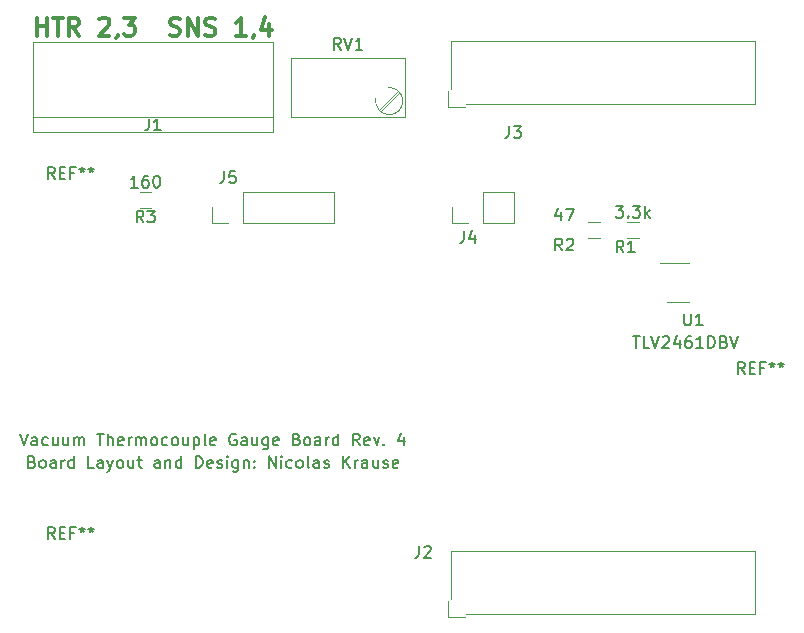
<source format=gbr>
%TF.GenerationSoftware,KiCad,Pcbnew,(5.1.6)-1*%
%TF.CreationDate,2021-07-08T16:07:49-06:00*%
%TF.ProjectId,Thermocouple Gauge,54686572-6d6f-4636-9f75-706c65204761,rev?*%
%TF.SameCoordinates,Original*%
%TF.FileFunction,Legend,Top*%
%TF.FilePolarity,Positive*%
%FSLAX46Y46*%
G04 Gerber Fmt 4.6, Leading zero omitted, Abs format (unit mm)*
G04 Created by KiCad (PCBNEW (5.1.6)-1) date 2021-07-08 16:07:49*
%MOMM*%
%LPD*%
G01*
G04 APERTURE LIST*
%ADD10C,0.300000*%
%ADD11C,0.150000*%
%ADD12C,0.120000*%
G04 APERTURE END LIST*
D10*
X167799285Y-92047142D02*
X168013571Y-92118571D01*
X168370714Y-92118571D01*
X168513571Y-92047142D01*
X168585000Y-91975714D01*
X168656428Y-91832857D01*
X168656428Y-91690000D01*
X168585000Y-91547142D01*
X168513571Y-91475714D01*
X168370714Y-91404285D01*
X168085000Y-91332857D01*
X167942142Y-91261428D01*
X167870714Y-91190000D01*
X167799285Y-91047142D01*
X167799285Y-90904285D01*
X167870714Y-90761428D01*
X167942142Y-90690000D01*
X168085000Y-90618571D01*
X168442142Y-90618571D01*
X168656428Y-90690000D01*
X169299285Y-92118571D02*
X169299285Y-90618571D01*
X170156428Y-92118571D01*
X170156428Y-90618571D01*
X170799285Y-92047142D02*
X171013571Y-92118571D01*
X171370714Y-92118571D01*
X171513571Y-92047142D01*
X171585000Y-91975714D01*
X171656428Y-91832857D01*
X171656428Y-91690000D01*
X171585000Y-91547142D01*
X171513571Y-91475714D01*
X171370714Y-91404285D01*
X171085000Y-91332857D01*
X170942142Y-91261428D01*
X170870714Y-91190000D01*
X170799285Y-91047142D01*
X170799285Y-90904285D01*
X170870714Y-90761428D01*
X170942142Y-90690000D01*
X171085000Y-90618571D01*
X171442142Y-90618571D01*
X171656428Y-90690000D01*
X174227857Y-92118571D02*
X173370714Y-92118571D01*
X173799285Y-92118571D02*
X173799285Y-90618571D01*
X173656428Y-90832857D01*
X173513571Y-90975714D01*
X173370714Y-91047142D01*
X174942142Y-92047142D02*
X174942142Y-92118571D01*
X174870714Y-92261428D01*
X174799285Y-92332857D01*
X176227857Y-91118571D02*
X176227857Y-92118571D01*
X175870714Y-90547142D02*
X175513571Y-91618571D01*
X176442142Y-91618571D01*
X156547857Y-92118571D02*
X156547857Y-90618571D01*
X156547857Y-91332857D02*
X157405000Y-91332857D01*
X157405000Y-92118571D02*
X157405000Y-90618571D01*
X157905000Y-90618571D02*
X158762142Y-90618571D01*
X158333571Y-92118571D02*
X158333571Y-90618571D01*
X160119285Y-92118571D02*
X159619285Y-91404285D01*
X159262142Y-92118571D02*
X159262142Y-90618571D01*
X159833571Y-90618571D01*
X159976428Y-90690000D01*
X160047857Y-90761428D01*
X160119285Y-90904285D01*
X160119285Y-91118571D01*
X160047857Y-91261428D01*
X159976428Y-91332857D01*
X159833571Y-91404285D01*
X159262142Y-91404285D01*
X161833571Y-90761428D02*
X161905000Y-90690000D01*
X162047857Y-90618571D01*
X162405000Y-90618571D01*
X162547857Y-90690000D01*
X162619285Y-90761428D01*
X162690714Y-90904285D01*
X162690714Y-91047142D01*
X162619285Y-91261428D01*
X161762142Y-92118571D01*
X162690714Y-92118571D01*
X163405000Y-92047142D02*
X163405000Y-92118571D01*
X163333571Y-92261428D01*
X163262142Y-92332857D01*
X163905000Y-90618571D02*
X164833571Y-90618571D01*
X164333571Y-91190000D01*
X164547857Y-91190000D01*
X164690714Y-91261428D01*
X164762142Y-91332857D01*
X164833571Y-91475714D01*
X164833571Y-91832857D01*
X164762142Y-91975714D01*
X164690714Y-92047142D01*
X164547857Y-92118571D01*
X164119285Y-92118571D01*
X163976428Y-92047142D01*
X163905000Y-91975714D01*
D11*
X155116666Y-125817380D02*
X155450000Y-126817380D01*
X155783333Y-125817380D01*
X156545238Y-126817380D02*
X156545238Y-126293571D01*
X156497619Y-126198333D01*
X156402380Y-126150714D01*
X156211904Y-126150714D01*
X156116666Y-126198333D01*
X156545238Y-126769761D02*
X156450000Y-126817380D01*
X156211904Y-126817380D01*
X156116666Y-126769761D01*
X156069047Y-126674523D01*
X156069047Y-126579285D01*
X156116666Y-126484047D01*
X156211904Y-126436428D01*
X156450000Y-126436428D01*
X156545238Y-126388809D01*
X157450000Y-126769761D02*
X157354761Y-126817380D01*
X157164285Y-126817380D01*
X157069047Y-126769761D01*
X157021428Y-126722142D01*
X156973809Y-126626904D01*
X156973809Y-126341190D01*
X157021428Y-126245952D01*
X157069047Y-126198333D01*
X157164285Y-126150714D01*
X157354761Y-126150714D01*
X157450000Y-126198333D01*
X158307142Y-126150714D02*
X158307142Y-126817380D01*
X157878571Y-126150714D02*
X157878571Y-126674523D01*
X157926190Y-126769761D01*
X158021428Y-126817380D01*
X158164285Y-126817380D01*
X158259523Y-126769761D01*
X158307142Y-126722142D01*
X159211904Y-126150714D02*
X159211904Y-126817380D01*
X158783333Y-126150714D02*
X158783333Y-126674523D01*
X158830952Y-126769761D01*
X158926190Y-126817380D01*
X159069047Y-126817380D01*
X159164285Y-126769761D01*
X159211904Y-126722142D01*
X159688095Y-126817380D02*
X159688095Y-126150714D01*
X159688095Y-126245952D02*
X159735714Y-126198333D01*
X159830952Y-126150714D01*
X159973809Y-126150714D01*
X160069047Y-126198333D01*
X160116666Y-126293571D01*
X160116666Y-126817380D01*
X160116666Y-126293571D02*
X160164285Y-126198333D01*
X160259523Y-126150714D01*
X160402380Y-126150714D01*
X160497619Y-126198333D01*
X160545238Y-126293571D01*
X160545238Y-126817380D01*
X161640476Y-125817380D02*
X162211904Y-125817380D01*
X161926190Y-126817380D02*
X161926190Y-125817380D01*
X162545238Y-126817380D02*
X162545238Y-125817380D01*
X162973809Y-126817380D02*
X162973809Y-126293571D01*
X162926190Y-126198333D01*
X162830952Y-126150714D01*
X162688095Y-126150714D01*
X162592857Y-126198333D01*
X162545238Y-126245952D01*
X163830952Y-126769761D02*
X163735714Y-126817380D01*
X163545238Y-126817380D01*
X163450000Y-126769761D01*
X163402380Y-126674523D01*
X163402380Y-126293571D01*
X163450000Y-126198333D01*
X163545238Y-126150714D01*
X163735714Y-126150714D01*
X163830952Y-126198333D01*
X163878571Y-126293571D01*
X163878571Y-126388809D01*
X163402380Y-126484047D01*
X164307142Y-126817380D02*
X164307142Y-126150714D01*
X164307142Y-126341190D02*
X164354761Y-126245952D01*
X164402380Y-126198333D01*
X164497619Y-126150714D01*
X164592857Y-126150714D01*
X164926190Y-126817380D02*
X164926190Y-126150714D01*
X164926190Y-126245952D02*
X164973809Y-126198333D01*
X165069047Y-126150714D01*
X165211904Y-126150714D01*
X165307142Y-126198333D01*
X165354761Y-126293571D01*
X165354761Y-126817380D01*
X165354761Y-126293571D02*
X165402380Y-126198333D01*
X165497619Y-126150714D01*
X165640476Y-126150714D01*
X165735714Y-126198333D01*
X165783333Y-126293571D01*
X165783333Y-126817380D01*
X166402380Y-126817380D02*
X166307142Y-126769761D01*
X166259523Y-126722142D01*
X166211904Y-126626904D01*
X166211904Y-126341190D01*
X166259523Y-126245952D01*
X166307142Y-126198333D01*
X166402380Y-126150714D01*
X166545238Y-126150714D01*
X166640476Y-126198333D01*
X166688095Y-126245952D01*
X166735714Y-126341190D01*
X166735714Y-126626904D01*
X166688095Y-126722142D01*
X166640476Y-126769761D01*
X166545238Y-126817380D01*
X166402380Y-126817380D01*
X167592857Y-126769761D02*
X167497619Y-126817380D01*
X167307142Y-126817380D01*
X167211904Y-126769761D01*
X167164285Y-126722142D01*
X167116666Y-126626904D01*
X167116666Y-126341190D01*
X167164285Y-126245952D01*
X167211904Y-126198333D01*
X167307142Y-126150714D01*
X167497619Y-126150714D01*
X167592857Y-126198333D01*
X168164285Y-126817380D02*
X168069047Y-126769761D01*
X168021428Y-126722142D01*
X167973809Y-126626904D01*
X167973809Y-126341190D01*
X168021428Y-126245952D01*
X168069047Y-126198333D01*
X168164285Y-126150714D01*
X168307142Y-126150714D01*
X168402380Y-126198333D01*
X168450000Y-126245952D01*
X168497619Y-126341190D01*
X168497619Y-126626904D01*
X168450000Y-126722142D01*
X168402380Y-126769761D01*
X168307142Y-126817380D01*
X168164285Y-126817380D01*
X169354761Y-126150714D02*
X169354761Y-126817380D01*
X168926190Y-126150714D02*
X168926190Y-126674523D01*
X168973809Y-126769761D01*
X169069047Y-126817380D01*
X169211904Y-126817380D01*
X169307142Y-126769761D01*
X169354761Y-126722142D01*
X169830952Y-126150714D02*
X169830952Y-127150714D01*
X169830952Y-126198333D02*
X169926190Y-126150714D01*
X170116666Y-126150714D01*
X170211904Y-126198333D01*
X170259523Y-126245952D01*
X170307142Y-126341190D01*
X170307142Y-126626904D01*
X170259523Y-126722142D01*
X170211904Y-126769761D01*
X170116666Y-126817380D01*
X169926190Y-126817380D01*
X169830952Y-126769761D01*
X170878571Y-126817380D02*
X170783333Y-126769761D01*
X170735714Y-126674523D01*
X170735714Y-125817380D01*
X171640476Y-126769761D02*
X171545238Y-126817380D01*
X171354761Y-126817380D01*
X171259523Y-126769761D01*
X171211904Y-126674523D01*
X171211904Y-126293571D01*
X171259523Y-126198333D01*
X171354761Y-126150714D01*
X171545238Y-126150714D01*
X171640476Y-126198333D01*
X171688095Y-126293571D01*
X171688095Y-126388809D01*
X171211904Y-126484047D01*
X173402380Y-125865000D02*
X173307142Y-125817380D01*
X173164285Y-125817380D01*
X173021428Y-125865000D01*
X172926190Y-125960238D01*
X172878571Y-126055476D01*
X172830952Y-126245952D01*
X172830952Y-126388809D01*
X172878571Y-126579285D01*
X172926190Y-126674523D01*
X173021428Y-126769761D01*
X173164285Y-126817380D01*
X173259523Y-126817380D01*
X173402380Y-126769761D01*
X173450000Y-126722142D01*
X173450000Y-126388809D01*
X173259523Y-126388809D01*
X174307142Y-126817380D02*
X174307142Y-126293571D01*
X174259523Y-126198333D01*
X174164285Y-126150714D01*
X173973809Y-126150714D01*
X173878571Y-126198333D01*
X174307142Y-126769761D02*
X174211904Y-126817380D01*
X173973809Y-126817380D01*
X173878571Y-126769761D01*
X173830952Y-126674523D01*
X173830952Y-126579285D01*
X173878571Y-126484047D01*
X173973809Y-126436428D01*
X174211904Y-126436428D01*
X174307142Y-126388809D01*
X175211904Y-126150714D02*
X175211904Y-126817380D01*
X174783333Y-126150714D02*
X174783333Y-126674523D01*
X174830952Y-126769761D01*
X174926190Y-126817380D01*
X175069047Y-126817380D01*
X175164285Y-126769761D01*
X175211904Y-126722142D01*
X176116666Y-126150714D02*
X176116666Y-126960238D01*
X176069047Y-127055476D01*
X176021428Y-127103095D01*
X175926190Y-127150714D01*
X175783333Y-127150714D01*
X175688095Y-127103095D01*
X176116666Y-126769761D02*
X176021428Y-126817380D01*
X175830952Y-126817380D01*
X175735714Y-126769761D01*
X175688095Y-126722142D01*
X175640476Y-126626904D01*
X175640476Y-126341190D01*
X175688095Y-126245952D01*
X175735714Y-126198333D01*
X175830952Y-126150714D01*
X176021428Y-126150714D01*
X176116666Y-126198333D01*
X176973809Y-126769761D02*
X176878571Y-126817380D01*
X176688095Y-126817380D01*
X176592857Y-126769761D01*
X176545238Y-126674523D01*
X176545238Y-126293571D01*
X176592857Y-126198333D01*
X176688095Y-126150714D01*
X176878571Y-126150714D01*
X176973809Y-126198333D01*
X177021428Y-126293571D01*
X177021428Y-126388809D01*
X176545238Y-126484047D01*
X178545238Y-126293571D02*
X178688095Y-126341190D01*
X178735714Y-126388809D01*
X178783333Y-126484047D01*
X178783333Y-126626904D01*
X178735714Y-126722142D01*
X178688095Y-126769761D01*
X178592857Y-126817380D01*
X178211904Y-126817380D01*
X178211904Y-125817380D01*
X178545238Y-125817380D01*
X178640476Y-125865000D01*
X178688095Y-125912619D01*
X178735714Y-126007857D01*
X178735714Y-126103095D01*
X178688095Y-126198333D01*
X178640476Y-126245952D01*
X178545238Y-126293571D01*
X178211904Y-126293571D01*
X179354761Y-126817380D02*
X179259523Y-126769761D01*
X179211904Y-126722142D01*
X179164285Y-126626904D01*
X179164285Y-126341190D01*
X179211904Y-126245952D01*
X179259523Y-126198333D01*
X179354761Y-126150714D01*
X179497619Y-126150714D01*
X179592857Y-126198333D01*
X179640476Y-126245952D01*
X179688095Y-126341190D01*
X179688095Y-126626904D01*
X179640476Y-126722142D01*
X179592857Y-126769761D01*
X179497619Y-126817380D01*
X179354761Y-126817380D01*
X180545238Y-126817380D02*
X180545238Y-126293571D01*
X180497619Y-126198333D01*
X180402380Y-126150714D01*
X180211904Y-126150714D01*
X180116666Y-126198333D01*
X180545238Y-126769761D02*
X180450000Y-126817380D01*
X180211904Y-126817380D01*
X180116666Y-126769761D01*
X180069047Y-126674523D01*
X180069047Y-126579285D01*
X180116666Y-126484047D01*
X180211904Y-126436428D01*
X180450000Y-126436428D01*
X180545238Y-126388809D01*
X181021428Y-126817380D02*
X181021428Y-126150714D01*
X181021428Y-126341190D02*
X181069047Y-126245952D01*
X181116666Y-126198333D01*
X181211904Y-126150714D01*
X181307142Y-126150714D01*
X182069047Y-126817380D02*
X182069047Y-125817380D01*
X182069047Y-126769761D02*
X181973809Y-126817380D01*
X181783333Y-126817380D01*
X181688095Y-126769761D01*
X181640476Y-126722142D01*
X181592857Y-126626904D01*
X181592857Y-126341190D01*
X181640476Y-126245952D01*
X181688095Y-126198333D01*
X181783333Y-126150714D01*
X181973809Y-126150714D01*
X182069047Y-126198333D01*
X183878571Y-126817380D02*
X183545238Y-126341190D01*
X183307142Y-126817380D02*
X183307142Y-125817380D01*
X183688095Y-125817380D01*
X183783333Y-125865000D01*
X183830952Y-125912619D01*
X183878571Y-126007857D01*
X183878571Y-126150714D01*
X183830952Y-126245952D01*
X183783333Y-126293571D01*
X183688095Y-126341190D01*
X183307142Y-126341190D01*
X184688095Y-126769761D02*
X184592857Y-126817380D01*
X184402380Y-126817380D01*
X184307142Y-126769761D01*
X184259523Y-126674523D01*
X184259523Y-126293571D01*
X184307142Y-126198333D01*
X184402380Y-126150714D01*
X184592857Y-126150714D01*
X184688095Y-126198333D01*
X184735714Y-126293571D01*
X184735714Y-126388809D01*
X184259523Y-126484047D01*
X185069047Y-126150714D02*
X185307142Y-126817380D01*
X185545238Y-126150714D01*
X185926190Y-126722142D02*
X185973809Y-126769761D01*
X185926190Y-126817380D01*
X185878571Y-126769761D01*
X185926190Y-126722142D01*
X185926190Y-126817380D01*
X187592857Y-126150714D02*
X187592857Y-126817380D01*
X187354761Y-125769761D02*
X187116666Y-126484047D01*
X187735714Y-126484047D01*
X156140476Y-128198571D02*
X156283333Y-128246190D01*
X156330952Y-128293809D01*
X156378571Y-128389047D01*
X156378571Y-128531904D01*
X156330952Y-128627142D01*
X156283333Y-128674761D01*
X156188095Y-128722380D01*
X155807142Y-128722380D01*
X155807142Y-127722380D01*
X156140476Y-127722380D01*
X156235714Y-127770000D01*
X156283333Y-127817619D01*
X156330952Y-127912857D01*
X156330952Y-128008095D01*
X156283333Y-128103333D01*
X156235714Y-128150952D01*
X156140476Y-128198571D01*
X155807142Y-128198571D01*
X156950000Y-128722380D02*
X156854761Y-128674761D01*
X156807142Y-128627142D01*
X156759523Y-128531904D01*
X156759523Y-128246190D01*
X156807142Y-128150952D01*
X156854761Y-128103333D01*
X156950000Y-128055714D01*
X157092857Y-128055714D01*
X157188095Y-128103333D01*
X157235714Y-128150952D01*
X157283333Y-128246190D01*
X157283333Y-128531904D01*
X157235714Y-128627142D01*
X157188095Y-128674761D01*
X157092857Y-128722380D01*
X156950000Y-128722380D01*
X158140476Y-128722380D02*
X158140476Y-128198571D01*
X158092857Y-128103333D01*
X157997619Y-128055714D01*
X157807142Y-128055714D01*
X157711904Y-128103333D01*
X158140476Y-128674761D02*
X158045238Y-128722380D01*
X157807142Y-128722380D01*
X157711904Y-128674761D01*
X157664285Y-128579523D01*
X157664285Y-128484285D01*
X157711904Y-128389047D01*
X157807142Y-128341428D01*
X158045238Y-128341428D01*
X158140476Y-128293809D01*
X158616666Y-128722380D02*
X158616666Y-128055714D01*
X158616666Y-128246190D02*
X158664285Y-128150952D01*
X158711904Y-128103333D01*
X158807142Y-128055714D01*
X158902380Y-128055714D01*
X159664285Y-128722380D02*
X159664285Y-127722380D01*
X159664285Y-128674761D02*
X159569047Y-128722380D01*
X159378571Y-128722380D01*
X159283333Y-128674761D01*
X159235714Y-128627142D01*
X159188095Y-128531904D01*
X159188095Y-128246190D01*
X159235714Y-128150952D01*
X159283333Y-128103333D01*
X159378571Y-128055714D01*
X159569047Y-128055714D01*
X159664285Y-128103333D01*
X161378571Y-128722380D02*
X160902380Y-128722380D01*
X160902380Y-127722380D01*
X162140476Y-128722380D02*
X162140476Y-128198571D01*
X162092857Y-128103333D01*
X161997619Y-128055714D01*
X161807142Y-128055714D01*
X161711904Y-128103333D01*
X162140476Y-128674761D02*
X162045238Y-128722380D01*
X161807142Y-128722380D01*
X161711904Y-128674761D01*
X161664285Y-128579523D01*
X161664285Y-128484285D01*
X161711904Y-128389047D01*
X161807142Y-128341428D01*
X162045238Y-128341428D01*
X162140476Y-128293809D01*
X162521428Y-128055714D02*
X162759523Y-128722380D01*
X162997619Y-128055714D02*
X162759523Y-128722380D01*
X162664285Y-128960476D01*
X162616666Y-129008095D01*
X162521428Y-129055714D01*
X163521428Y-128722380D02*
X163426190Y-128674761D01*
X163378571Y-128627142D01*
X163330952Y-128531904D01*
X163330952Y-128246190D01*
X163378571Y-128150952D01*
X163426190Y-128103333D01*
X163521428Y-128055714D01*
X163664285Y-128055714D01*
X163759523Y-128103333D01*
X163807142Y-128150952D01*
X163854761Y-128246190D01*
X163854761Y-128531904D01*
X163807142Y-128627142D01*
X163759523Y-128674761D01*
X163664285Y-128722380D01*
X163521428Y-128722380D01*
X164711904Y-128055714D02*
X164711904Y-128722380D01*
X164283333Y-128055714D02*
X164283333Y-128579523D01*
X164330952Y-128674761D01*
X164426190Y-128722380D01*
X164569047Y-128722380D01*
X164664285Y-128674761D01*
X164711904Y-128627142D01*
X165045238Y-128055714D02*
X165426190Y-128055714D01*
X165188095Y-127722380D02*
X165188095Y-128579523D01*
X165235714Y-128674761D01*
X165330952Y-128722380D01*
X165426190Y-128722380D01*
X166950000Y-128722380D02*
X166950000Y-128198571D01*
X166902380Y-128103333D01*
X166807142Y-128055714D01*
X166616666Y-128055714D01*
X166521428Y-128103333D01*
X166950000Y-128674761D02*
X166854761Y-128722380D01*
X166616666Y-128722380D01*
X166521428Y-128674761D01*
X166473809Y-128579523D01*
X166473809Y-128484285D01*
X166521428Y-128389047D01*
X166616666Y-128341428D01*
X166854761Y-128341428D01*
X166950000Y-128293809D01*
X167426190Y-128055714D02*
X167426190Y-128722380D01*
X167426190Y-128150952D02*
X167473809Y-128103333D01*
X167569047Y-128055714D01*
X167711904Y-128055714D01*
X167807142Y-128103333D01*
X167854761Y-128198571D01*
X167854761Y-128722380D01*
X168759523Y-128722380D02*
X168759523Y-127722380D01*
X168759523Y-128674761D02*
X168664285Y-128722380D01*
X168473809Y-128722380D01*
X168378571Y-128674761D01*
X168330952Y-128627142D01*
X168283333Y-128531904D01*
X168283333Y-128246190D01*
X168330952Y-128150952D01*
X168378571Y-128103333D01*
X168473809Y-128055714D01*
X168664285Y-128055714D01*
X168759523Y-128103333D01*
X169997619Y-128722380D02*
X169997619Y-127722380D01*
X170235714Y-127722380D01*
X170378571Y-127770000D01*
X170473809Y-127865238D01*
X170521428Y-127960476D01*
X170569047Y-128150952D01*
X170569047Y-128293809D01*
X170521428Y-128484285D01*
X170473809Y-128579523D01*
X170378571Y-128674761D01*
X170235714Y-128722380D01*
X169997619Y-128722380D01*
X171378571Y-128674761D02*
X171283333Y-128722380D01*
X171092857Y-128722380D01*
X170997619Y-128674761D01*
X170950000Y-128579523D01*
X170950000Y-128198571D01*
X170997619Y-128103333D01*
X171092857Y-128055714D01*
X171283333Y-128055714D01*
X171378571Y-128103333D01*
X171426190Y-128198571D01*
X171426190Y-128293809D01*
X170950000Y-128389047D01*
X171807142Y-128674761D02*
X171902380Y-128722380D01*
X172092857Y-128722380D01*
X172188095Y-128674761D01*
X172235714Y-128579523D01*
X172235714Y-128531904D01*
X172188095Y-128436666D01*
X172092857Y-128389047D01*
X171950000Y-128389047D01*
X171854761Y-128341428D01*
X171807142Y-128246190D01*
X171807142Y-128198571D01*
X171854761Y-128103333D01*
X171950000Y-128055714D01*
X172092857Y-128055714D01*
X172188095Y-128103333D01*
X172664285Y-128722380D02*
X172664285Y-128055714D01*
X172664285Y-127722380D02*
X172616666Y-127770000D01*
X172664285Y-127817619D01*
X172711904Y-127770000D01*
X172664285Y-127722380D01*
X172664285Y-127817619D01*
X173569047Y-128055714D02*
X173569047Y-128865238D01*
X173521428Y-128960476D01*
X173473809Y-129008095D01*
X173378571Y-129055714D01*
X173235714Y-129055714D01*
X173140476Y-129008095D01*
X173569047Y-128674761D02*
X173473809Y-128722380D01*
X173283333Y-128722380D01*
X173188095Y-128674761D01*
X173140476Y-128627142D01*
X173092857Y-128531904D01*
X173092857Y-128246190D01*
X173140476Y-128150952D01*
X173188095Y-128103333D01*
X173283333Y-128055714D01*
X173473809Y-128055714D01*
X173569047Y-128103333D01*
X174045238Y-128055714D02*
X174045238Y-128722380D01*
X174045238Y-128150952D02*
X174092857Y-128103333D01*
X174188095Y-128055714D01*
X174330952Y-128055714D01*
X174426190Y-128103333D01*
X174473809Y-128198571D01*
X174473809Y-128722380D01*
X174950000Y-128627142D02*
X174997619Y-128674761D01*
X174950000Y-128722380D01*
X174902380Y-128674761D01*
X174950000Y-128627142D01*
X174950000Y-128722380D01*
X174950000Y-128103333D02*
X174997619Y-128150952D01*
X174950000Y-128198571D01*
X174902380Y-128150952D01*
X174950000Y-128103333D01*
X174950000Y-128198571D01*
X176188095Y-128722380D02*
X176188095Y-127722380D01*
X176759523Y-128722380D01*
X176759523Y-127722380D01*
X177235714Y-128722380D02*
X177235714Y-128055714D01*
X177235714Y-127722380D02*
X177188095Y-127770000D01*
X177235714Y-127817619D01*
X177283333Y-127770000D01*
X177235714Y-127722380D01*
X177235714Y-127817619D01*
X178140476Y-128674761D02*
X178045238Y-128722380D01*
X177854761Y-128722380D01*
X177759523Y-128674761D01*
X177711904Y-128627142D01*
X177664285Y-128531904D01*
X177664285Y-128246190D01*
X177711904Y-128150952D01*
X177759523Y-128103333D01*
X177854761Y-128055714D01*
X178045238Y-128055714D01*
X178140476Y-128103333D01*
X178711904Y-128722380D02*
X178616666Y-128674761D01*
X178569047Y-128627142D01*
X178521428Y-128531904D01*
X178521428Y-128246190D01*
X178569047Y-128150952D01*
X178616666Y-128103333D01*
X178711904Y-128055714D01*
X178854761Y-128055714D01*
X178950000Y-128103333D01*
X178997619Y-128150952D01*
X179045238Y-128246190D01*
X179045238Y-128531904D01*
X178997619Y-128627142D01*
X178950000Y-128674761D01*
X178854761Y-128722380D01*
X178711904Y-128722380D01*
X179616666Y-128722380D02*
X179521428Y-128674761D01*
X179473809Y-128579523D01*
X179473809Y-127722380D01*
X180426190Y-128722380D02*
X180426190Y-128198571D01*
X180378571Y-128103333D01*
X180283333Y-128055714D01*
X180092857Y-128055714D01*
X179997619Y-128103333D01*
X180426190Y-128674761D02*
X180330952Y-128722380D01*
X180092857Y-128722380D01*
X179997619Y-128674761D01*
X179950000Y-128579523D01*
X179950000Y-128484285D01*
X179997619Y-128389047D01*
X180092857Y-128341428D01*
X180330952Y-128341428D01*
X180426190Y-128293809D01*
X180854761Y-128674761D02*
X180950000Y-128722380D01*
X181140476Y-128722380D01*
X181235714Y-128674761D01*
X181283333Y-128579523D01*
X181283333Y-128531904D01*
X181235714Y-128436666D01*
X181140476Y-128389047D01*
X180997619Y-128389047D01*
X180902380Y-128341428D01*
X180854761Y-128246190D01*
X180854761Y-128198571D01*
X180902380Y-128103333D01*
X180997619Y-128055714D01*
X181140476Y-128055714D01*
X181235714Y-128103333D01*
X182473809Y-128722380D02*
X182473809Y-127722380D01*
X183045238Y-128722380D02*
X182616666Y-128150952D01*
X183045238Y-127722380D02*
X182473809Y-128293809D01*
X183473809Y-128722380D02*
X183473809Y-128055714D01*
X183473809Y-128246190D02*
X183521428Y-128150952D01*
X183569047Y-128103333D01*
X183664285Y-128055714D01*
X183759523Y-128055714D01*
X184521428Y-128722380D02*
X184521428Y-128198571D01*
X184473809Y-128103333D01*
X184378571Y-128055714D01*
X184188095Y-128055714D01*
X184092857Y-128103333D01*
X184521428Y-128674761D02*
X184426190Y-128722380D01*
X184188095Y-128722380D01*
X184092857Y-128674761D01*
X184045238Y-128579523D01*
X184045238Y-128484285D01*
X184092857Y-128389047D01*
X184188095Y-128341428D01*
X184426190Y-128341428D01*
X184521428Y-128293809D01*
X185426190Y-128055714D02*
X185426190Y-128722380D01*
X184997619Y-128055714D02*
X184997619Y-128579523D01*
X185045238Y-128674761D01*
X185140476Y-128722380D01*
X185283333Y-128722380D01*
X185378571Y-128674761D01*
X185426190Y-128627142D01*
X185854761Y-128674761D02*
X185950000Y-128722380D01*
X186140476Y-128722380D01*
X186235714Y-128674761D01*
X186283333Y-128579523D01*
X186283333Y-128531904D01*
X186235714Y-128436666D01*
X186140476Y-128389047D01*
X185997619Y-128389047D01*
X185902380Y-128341428D01*
X185854761Y-128246190D01*
X185854761Y-128198571D01*
X185902380Y-128103333D01*
X185997619Y-128055714D01*
X186140476Y-128055714D01*
X186235714Y-128103333D01*
X187092857Y-128674761D02*
X186997619Y-128722380D01*
X186807142Y-128722380D01*
X186711904Y-128674761D01*
X186664285Y-128579523D01*
X186664285Y-128198571D01*
X186711904Y-128103333D01*
X186807142Y-128055714D01*
X186997619Y-128055714D01*
X187092857Y-128103333D01*
X187140476Y-128198571D01*
X187140476Y-128293809D01*
X186664285Y-128389047D01*
D12*
%TO.C,J1*%
X156210000Y-100330000D02*
X176530000Y-100330000D01*
X156210000Y-92710000D02*
X176530000Y-92710000D01*
X176530000Y-99060000D02*
X156210000Y-99060000D01*
X176530000Y-100330000D02*
X176530000Y-92710000D01*
X156210000Y-92710000D02*
X156210000Y-100330000D01*
%TO.C,J2*%
X191370000Y-141370000D02*
X192770000Y-141370000D01*
X191370000Y-139970000D02*
X191370000Y-141370000D01*
X217320000Y-141120000D02*
X192870000Y-141120000D01*
X217320000Y-135740000D02*
X217320000Y-141120000D01*
X191620000Y-135740000D02*
X217320000Y-135740000D01*
X191620000Y-139870000D02*
X191620000Y-135740000D01*
%TO.C,J3*%
X191620000Y-96690000D02*
X191620000Y-92560000D01*
X191620000Y-92560000D02*
X217320000Y-92560000D01*
X217320000Y-92560000D02*
X217320000Y-97940000D01*
X217320000Y-97940000D02*
X192870000Y-97940000D01*
X191370000Y-96790000D02*
X191370000Y-98190000D01*
X191370000Y-98190000D02*
X192770000Y-98190000D01*
%TO.C,J4*%
X196910000Y-108010000D02*
X196910000Y-105350000D01*
X194310000Y-108010000D02*
X196910000Y-108010000D01*
X194310000Y-105350000D02*
X196910000Y-105350000D01*
X194310000Y-108010000D02*
X194310000Y-105350000D01*
X193040000Y-108010000D02*
X191710000Y-108010000D01*
X191710000Y-108010000D02*
X191710000Y-106680000D01*
%TO.C,J5*%
X181670000Y-108010000D02*
X181670000Y-105350000D01*
X173990000Y-108010000D02*
X181670000Y-108010000D01*
X173990000Y-105350000D02*
X181670000Y-105350000D01*
X173990000Y-108010000D02*
X173990000Y-105350000D01*
X172720000Y-108010000D02*
X171390000Y-108010000D01*
X171390000Y-108010000D02*
X171390000Y-106680000D01*
%TO.C,R1*%
X207510000Y-109265000D02*
X206510000Y-109265000D01*
X206510000Y-107905000D02*
X207510000Y-107905000D01*
%TO.C,R2*%
X203220000Y-107905000D02*
X204220000Y-107905000D01*
X204220000Y-109265000D02*
X203220000Y-109265000D01*
%TO.C,U1*%
X211720000Y-111420000D02*
X209270000Y-111420000D01*
X209920000Y-114640000D02*
X211720000Y-114640000D01*
%TO.C,R3*%
X166235000Y-106725000D02*
X165235000Y-106725000D01*
X165235000Y-105365000D02*
X166235000Y-105365000D01*
%TO.C,RV1*%
X187111000Y-96795000D02*
X185499000Y-98405000D01*
X187251000Y-96936000D02*
X185640000Y-98546000D01*
X187705000Y-94050000D02*
X187705000Y-99001000D01*
X178055000Y-94050000D02*
X178055000Y-99001000D01*
X178055000Y-99001000D02*
X187705000Y-99001000D01*
X178055000Y-94050000D02*
X187705000Y-94050000D01*
X186395121Y-98824052D02*
G75*
G02*
X185246000Y-97430000I-20121J1154052D01*
G01*
X186334691Y-96515704D02*
G75*
G02*
X186375000Y-98825000I40309J-1154296D01*
G01*
%TO.C,REF\u002A\u002A*%
D11*
X158051666Y-104267380D02*
X157718333Y-103791190D01*
X157480238Y-104267380D02*
X157480238Y-103267380D01*
X157861190Y-103267380D01*
X157956428Y-103315000D01*
X158004047Y-103362619D01*
X158051666Y-103457857D01*
X158051666Y-103600714D01*
X158004047Y-103695952D01*
X157956428Y-103743571D01*
X157861190Y-103791190D01*
X157480238Y-103791190D01*
X158480238Y-103743571D02*
X158813571Y-103743571D01*
X158956428Y-104267380D02*
X158480238Y-104267380D01*
X158480238Y-103267380D01*
X158956428Y-103267380D01*
X159718333Y-103743571D02*
X159385000Y-103743571D01*
X159385000Y-104267380D02*
X159385000Y-103267380D01*
X159861190Y-103267380D01*
X160385000Y-103267380D02*
X160385000Y-103505476D01*
X160146904Y-103410238D02*
X160385000Y-103505476D01*
X160623095Y-103410238D01*
X160242142Y-103695952D02*
X160385000Y-103505476D01*
X160527857Y-103695952D01*
X161146904Y-103267380D02*
X161146904Y-103505476D01*
X160908809Y-103410238D02*
X161146904Y-103505476D01*
X161385000Y-103410238D01*
X161004047Y-103695952D02*
X161146904Y-103505476D01*
X161289761Y-103695952D01*
X216471666Y-120777380D02*
X216138333Y-120301190D01*
X215900238Y-120777380D02*
X215900238Y-119777380D01*
X216281190Y-119777380D01*
X216376428Y-119825000D01*
X216424047Y-119872619D01*
X216471666Y-119967857D01*
X216471666Y-120110714D01*
X216424047Y-120205952D01*
X216376428Y-120253571D01*
X216281190Y-120301190D01*
X215900238Y-120301190D01*
X216900238Y-120253571D02*
X217233571Y-120253571D01*
X217376428Y-120777380D02*
X216900238Y-120777380D01*
X216900238Y-119777380D01*
X217376428Y-119777380D01*
X218138333Y-120253571D02*
X217805000Y-120253571D01*
X217805000Y-120777380D02*
X217805000Y-119777380D01*
X218281190Y-119777380D01*
X218805000Y-119777380D02*
X218805000Y-120015476D01*
X218566904Y-119920238D02*
X218805000Y-120015476D01*
X219043095Y-119920238D01*
X218662142Y-120205952D02*
X218805000Y-120015476D01*
X218947857Y-120205952D01*
X219566904Y-119777380D02*
X219566904Y-120015476D01*
X219328809Y-119920238D02*
X219566904Y-120015476D01*
X219805000Y-119920238D01*
X219424047Y-120205952D02*
X219566904Y-120015476D01*
X219709761Y-120205952D01*
X158051666Y-134747380D02*
X157718333Y-134271190D01*
X157480238Y-134747380D02*
X157480238Y-133747380D01*
X157861190Y-133747380D01*
X157956428Y-133795000D01*
X158004047Y-133842619D01*
X158051666Y-133937857D01*
X158051666Y-134080714D01*
X158004047Y-134175952D01*
X157956428Y-134223571D01*
X157861190Y-134271190D01*
X157480238Y-134271190D01*
X158480238Y-134223571D02*
X158813571Y-134223571D01*
X158956428Y-134747380D02*
X158480238Y-134747380D01*
X158480238Y-133747380D01*
X158956428Y-133747380D01*
X159718333Y-134223571D02*
X159385000Y-134223571D01*
X159385000Y-134747380D02*
X159385000Y-133747380D01*
X159861190Y-133747380D01*
X160385000Y-133747380D02*
X160385000Y-133985476D01*
X160146904Y-133890238D02*
X160385000Y-133985476D01*
X160623095Y-133890238D01*
X160242142Y-134175952D02*
X160385000Y-133985476D01*
X160527857Y-134175952D01*
X161146904Y-133747380D02*
X161146904Y-133985476D01*
X160908809Y-133890238D02*
X161146904Y-133985476D01*
X161385000Y-133890238D01*
X161004047Y-134175952D02*
X161146904Y-133985476D01*
X161289761Y-134175952D01*
%TO.C,J1*%
X166036666Y-99147380D02*
X166036666Y-99861666D01*
X165989047Y-100004523D01*
X165893809Y-100099761D01*
X165750952Y-100147380D01*
X165655714Y-100147380D01*
X167036666Y-100147380D02*
X166465238Y-100147380D01*
X166750952Y-100147380D02*
X166750952Y-99147380D01*
X166655714Y-99290238D01*
X166560476Y-99385476D01*
X166465238Y-99433095D01*
%TO.C,J2*%
X188896666Y-135342380D02*
X188896666Y-136056666D01*
X188849047Y-136199523D01*
X188753809Y-136294761D01*
X188610952Y-136342380D01*
X188515714Y-136342380D01*
X189325238Y-135437619D02*
X189372857Y-135390000D01*
X189468095Y-135342380D01*
X189706190Y-135342380D01*
X189801428Y-135390000D01*
X189849047Y-135437619D01*
X189896666Y-135532857D01*
X189896666Y-135628095D01*
X189849047Y-135770952D01*
X189277619Y-136342380D01*
X189896666Y-136342380D01*
%TO.C,J3*%
X196516666Y-99782380D02*
X196516666Y-100496666D01*
X196469047Y-100639523D01*
X196373809Y-100734761D01*
X196230952Y-100782380D01*
X196135714Y-100782380D01*
X196897619Y-99782380D02*
X197516666Y-99782380D01*
X197183333Y-100163333D01*
X197326190Y-100163333D01*
X197421428Y-100210952D01*
X197469047Y-100258571D01*
X197516666Y-100353809D01*
X197516666Y-100591904D01*
X197469047Y-100687142D01*
X197421428Y-100734761D01*
X197326190Y-100782380D01*
X197040476Y-100782380D01*
X196945238Y-100734761D01*
X196897619Y-100687142D01*
%TO.C,J4*%
X192706666Y-108672380D02*
X192706666Y-109386666D01*
X192659047Y-109529523D01*
X192563809Y-109624761D01*
X192420952Y-109672380D01*
X192325714Y-109672380D01*
X193611428Y-109005714D02*
X193611428Y-109672380D01*
X193373333Y-108624761D02*
X193135238Y-109339047D01*
X193754285Y-109339047D01*
%TO.C,J5*%
X172386666Y-103592380D02*
X172386666Y-104306666D01*
X172339047Y-104449523D01*
X172243809Y-104544761D01*
X172100952Y-104592380D01*
X172005714Y-104592380D01*
X173339047Y-103592380D02*
X172862857Y-103592380D01*
X172815238Y-104068571D01*
X172862857Y-104020952D01*
X172958095Y-103973333D01*
X173196190Y-103973333D01*
X173291428Y-104020952D01*
X173339047Y-104068571D01*
X173386666Y-104163809D01*
X173386666Y-104401904D01*
X173339047Y-104497142D01*
X173291428Y-104544761D01*
X173196190Y-104592380D01*
X172958095Y-104592380D01*
X172862857Y-104544761D01*
X172815238Y-104497142D01*
%TO.C,R1*%
X206208333Y-110487380D02*
X205875000Y-110011190D01*
X205636904Y-110487380D02*
X205636904Y-109487380D01*
X206017857Y-109487380D01*
X206113095Y-109535000D01*
X206160714Y-109582619D01*
X206208333Y-109677857D01*
X206208333Y-109820714D01*
X206160714Y-109915952D01*
X206113095Y-109963571D01*
X206017857Y-110011190D01*
X205636904Y-110011190D01*
X207160714Y-110487380D02*
X206589285Y-110487380D01*
X206875000Y-110487380D02*
X206875000Y-109487380D01*
X206779761Y-109630238D01*
X206684523Y-109725476D01*
X206589285Y-109773095D01*
X205557619Y-106537380D02*
X206176666Y-106537380D01*
X205843333Y-106918333D01*
X205986190Y-106918333D01*
X206081428Y-106965952D01*
X206129047Y-107013571D01*
X206176666Y-107108809D01*
X206176666Y-107346904D01*
X206129047Y-107442142D01*
X206081428Y-107489761D01*
X205986190Y-107537380D01*
X205700476Y-107537380D01*
X205605238Y-107489761D01*
X205557619Y-107442142D01*
X206605238Y-107442142D02*
X206652857Y-107489761D01*
X206605238Y-107537380D01*
X206557619Y-107489761D01*
X206605238Y-107442142D01*
X206605238Y-107537380D01*
X206986190Y-106537380D02*
X207605238Y-106537380D01*
X207271904Y-106918333D01*
X207414761Y-106918333D01*
X207510000Y-106965952D01*
X207557619Y-107013571D01*
X207605238Y-107108809D01*
X207605238Y-107346904D01*
X207557619Y-107442142D01*
X207510000Y-107489761D01*
X207414761Y-107537380D01*
X207129047Y-107537380D01*
X207033809Y-107489761D01*
X206986190Y-107442142D01*
X208033809Y-107537380D02*
X208033809Y-106537380D01*
X208129047Y-107156428D02*
X208414761Y-107537380D01*
X208414761Y-106870714D02*
X208033809Y-107251666D01*
%TO.C,R2*%
X201013333Y-110307380D02*
X200680000Y-109831190D01*
X200441904Y-110307380D02*
X200441904Y-109307380D01*
X200822857Y-109307380D01*
X200918095Y-109355000D01*
X200965714Y-109402619D01*
X201013333Y-109497857D01*
X201013333Y-109640714D01*
X200965714Y-109735952D01*
X200918095Y-109783571D01*
X200822857Y-109831190D01*
X200441904Y-109831190D01*
X201394285Y-109402619D02*
X201441904Y-109355000D01*
X201537142Y-109307380D01*
X201775238Y-109307380D01*
X201870476Y-109355000D01*
X201918095Y-109402619D01*
X201965714Y-109497857D01*
X201965714Y-109593095D01*
X201918095Y-109735952D01*
X201346666Y-110307380D01*
X201965714Y-110307380D01*
X200894285Y-107100714D02*
X200894285Y-107767380D01*
X200656190Y-106719761D02*
X200418095Y-107434047D01*
X201037142Y-107434047D01*
X201322857Y-106767380D02*
X201989523Y-106767380D01*
X201560952Y-107767380D01*
%TO.C,U1*%
X211328095Y-115657380D02*
X211328095Y-116466904D01*
X211375714Y-116562142D01*
X211423333Y-116609761D01*
X211518571Y-116657380D01*
X211709047Y-116657380D01*
X211804285Y-116609761D01*
X211851904Y-116562142D01*
X211899523Y-116466904D01*
X211899523Y-115657380D01*
X212899523Y-116657380D02*
X212328095Y-116657380D01*
X212613809Y-116657380D02*
X212613809Y-115657380D01*
X212518571Y-115800238D01*
X212423333Y-115895476D01*
X212328095Y-115943095D01*
X207002619Y-117562380D02*
X207574047Y-117562380D01*
X207288333Y-118562380D02*
X207288333Y-117562380D01*
X208383571Y-118562380D02*
X207907380Y-118562380D01*
X207907380Y-117562380D01*
X208574047Y-117562380D02*
X208907380Y-118562380D01*
X209240714Y-117562380D01*
X209526428Y-117657619D02*
X209574047Y-117610000D01*
X209669285Y-117562380D01*
X209907380Y-117562380D01*
X210002619Y-117610000D01*
X210050238Y-117657619D01*
X210097857Y-117752857D01*
X210097857Y-117848095D01*
X210050238Y-117990952D01*
X209478809Y-118562380D01*
X210097857Y-118562380D01*
X210955000Y-117895714D02*
X210955000Y-118562380D01*
X210716904Y-117514761D02*
X210478809Y-118229047D01*
X211097857Y-118229047D01*
X211907380Y-117562380D02*
X211716904Y-117562380D01*
X211621666Y-117610000D01*
X211574047Y-117657619D01*
X211478809Y-117800476D01*
X211431190Y-117990952D01*
X211431190Y-118371904D01*
X211478809Y-118467142D01*
X211526428Y-118514761D01*
X211621666Y-118562380D01*
X211812142Y-118562380D01*
X211907380Y-118514761D01*
X211955000Y-118467142D01*
X212002619Y-118371904D01*
X212002619Y-118133809D01*
X211955000Y-118038571D01*
X211907380Y-117990952D01*
X211812142Y-117943333D01*
X211621666Y-117943333D01*
X211526428Y-117990952D01*
X211478809Y-118038571D01*
X211431190Y-118133809D01*
X212955000Y-118562380D02*
X212383571Y-118562380D01*
X212669285Y-118562380D02*
X212669285Y-117562380D01*
X212574047Y-117705238D01*
X212478809Y-117800476D01*
X212383571Y-117848095D01*
X213383571Y-118562380D02*
X213383571Y-117562380D01*
X213621666Y-117562380D01*
X213764523Y-117610000D01*
X213859761Y-117705238D01*
X213907380Y-117800476D01*
X213955000Y-117990952D01*
X213955000Y-118133809D01*
X213907380Y-118324285D01*
X213859761Y-118419523D01*
X213764523Y-118514761D01*
X213621666Y-118562380D01*
X213383571Y-118562380D01*
X214716904Y-118038571D02*
X214859761Y-118086190D01*
X214907380Y-118133809D01*
X214955000Y-118229047D01*
X214955000Y-118371904D01*
X214907380Y-118467142D01*
X214859761Y-118514761D01*
X214764523Y-118562380D01*
X214383571Y-118562380D01*
X214383571Y-117562380D01*
X214716904Y-117562380D01*
X214812142Y-117610000D01*
X214859761Y-117657619D01*
X214907380Y-117752857D01*
X214907380Y-117848095D01*
X214859761Y-117943333D01*
X214812142Y-117990952D01*
X214716904Y-118038571D01*
X214383571Y-118038571D01*
X215240714Y-117562380D02*
X215574047Y-118562380D01*
X215907380Y-117562380D01*
%TO.C,R3*%
X165568333Y-107947380D02*
X165235000Y-107471190D01*
X164996904Y-107947380D02*
X164996904Y-106947380D01*
X165377857Y-106947380D01*
X165473095Y-106995000D01*
X165520714Y-107042619D01*
X165568333Y-107137857D01*
X165568333Y-107280714D01*
X165520714Y-107375952D01*
X165473095Y-107423571D01*
X165377857Y-107471190D01*
X164996904Y-107471190D01*
X165901666Y-106947380D02*
X166520714Y-106947380D01*
X166187380Y-107328333D01*
X166330238Y-107328333D01*
X166425476Y-107375952D01*
X166473095Y-107423571D01*
X166520714Y-107518809D01*
X166520714Y-107756904D01*
X166473095Y-107852142D01*
X166425476Y-107899761D01*
X166330238Y-107947380D01*
X166044523Y-107947380D01*
X165949285Y-107899761D01*
X165901666Y-107852142D01*
X165068333Y-104997380D02*
X164496904Y-104997380D01*
X164782619Y-104997380D02*
X164782619Y-103997380D01*
X164687380Y-104140238D01*
X164592142Y-104235476D01*
X164496904Y-104283095D01*
X165925476Y-103997380D02*
X165735000Y-103997380D01*
X165639761Y-104045000D01*
X165592142Y-104092619D01*
X165496904Y-104235476D01*
X165449285Y-104425952D01*
X165449285Y-104806904D01*
X165496904Y-104902142D01*
X165544523Y-104949761D01*
X165639761Y-104997380D01*
X165830238Y-104997380D01*
X165925476Y-104949761D01*
X165973095Y-104902142D01*
X166020714Y-104806904D01*
X166020714Y-104568809D01*
X165973095Y-104473571D01*
X165925476Y-104425952D01*
X165830238Y-104378333D01*
X165639761Y-104378333D01*
X165544523Y-104425952D01*
X165496904Y-104473571D01*
X165449285Y-104568809D01*
X166639761Y-103997380D02*
X166735000Y-103997380D01*
X166830238Y-104045000D01*
X166877857Y-104092619D01*
X166925476Y-104187857D01*
X166973095Y-104378333D01*
X166973095Y-104616428D01*
X166925476Y-104806904D01*
X166877857Y-104902142D01*
X166830238Y-104949761D01*
X166735000Y-104997380D01*
X166639761Y-104997380D01*
X166544523Y-104949761D01*
X166496904Y-104902142D01*
X166449285Y-104806904D01*
X166401666Y-104616428D01*
X166401666Y-104378333D01*
X166449285Y-104187857D01*
X166496904Y-104092619D01*
X166544523Y-104045000D01*
X166639761Y-103997380D01*
%TO.C,RV1*%
X182284761Y-93312380D02*
X181951428Y-92836190D01*
X181713333Y-93312380D02*
X181713333Y-92312380D01*
X182094285Y-92312380D01*
X182189523Y-92360000D01*
X182237142Y-92407619D01*
X182284761Y-92502857D01*
X182284761Y-92645714D01*
X182237142Y-92740952D01*
X182189523Y-92788571D01*
X182094285Y-92836190D01*
X181713333Y-92836190D01*
X182570476Y-92312380D02*
X182903809Y-93312380D01*
X183237142Y-92312380D01*
X184094285Y-93312380D02*
X183522857Y-93312380D01*
X183808571Y-93312380D02*
X183808571Y-92312380D01*
X183713333Y-92455238D01*
X183618095Y-92550476D01*
X183522857Y-92598095D01*
%TD*%
M02*

</source>
